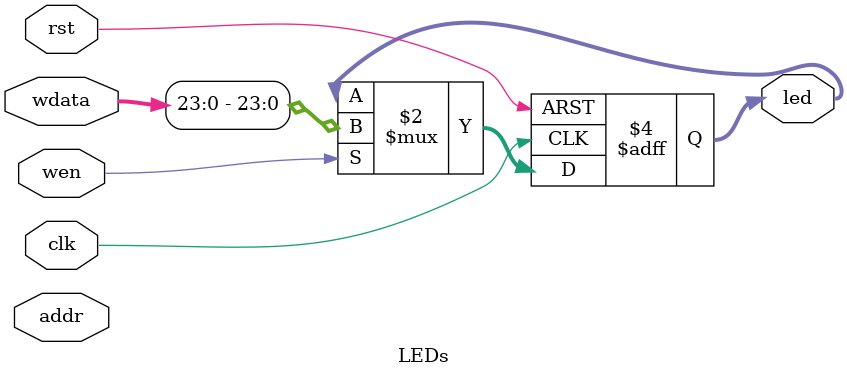
<source format=v>
module LEDs (
   input wire        clk,
   input wire        rst,
   input wire [31:0] addr,
   input wire        wen,
   input wire [31:0] wdata,

   output reg [23:0] led
);

   always @(posedge clk or posedge rst) begin
      if (rst) begin
         led <= 24'h0;
      end

      else if(wen) begin
         led <= wdata[23:0];
      end
   end

endmodule  //LEDs

</source>
